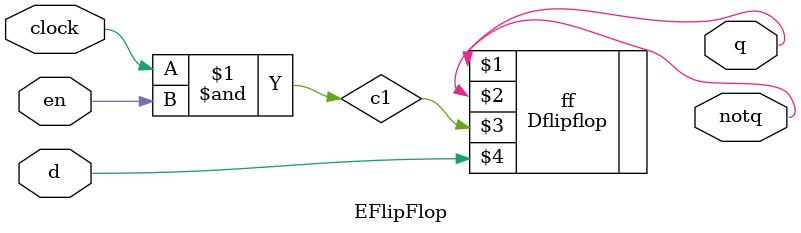
<source format=v>
module EFlipFlop(output q, output notq,
		 input clock, input d, input en);

   wire 	       c1;

   assign
     c1 = clock & en;

   Dflipflop ff(q, notq, c1, d);

endmodule

</source>
